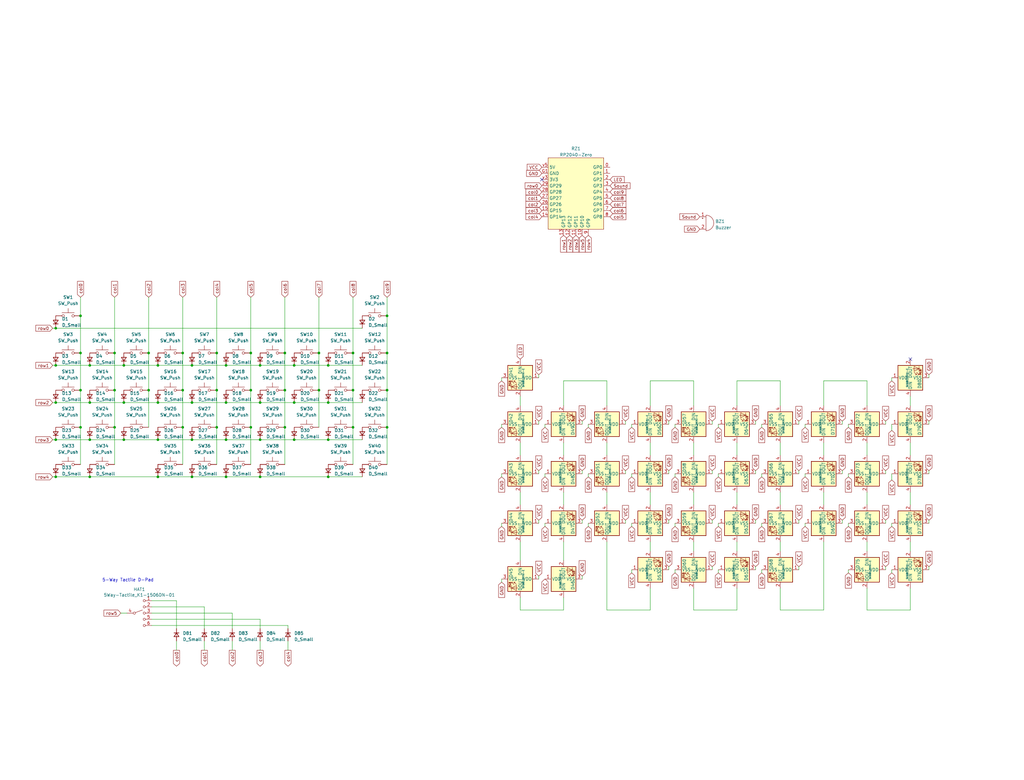
<source format=kicad_sch>
(kicad_sch (version 20230121) (generator eeschema)
  (paper "User" 419.989 319.989)
  (junction (at 102.87 175.26))
  (junction (at 22.86 195.58))
  (junction (at 88.9 175.26))
  (junction (at 144.78 144.78))
  (junction (at 50.8 180.34))
  (junction (at 64.77 165.1))
  (junction (at 144.78 175.26))
  (junction (at 88.9 144.78))
  (junction (at 92.71 180.34))
  (junction (at 158.75 160.02))
  (junction (at 36.83 149.86))
  (junction (at 130.81 144.78))
  (junction (at 36.83 180.34))
  (junction (at 134.62 165.1))
  (junction (at 106.68 195.58))
  (junction (at 106.68 165.1))
  (junction (at 116.84 160.02))
  (junction (at 46.99 175.26))
  (junction (at 102.87 160.02))
  (junction (at 102.87 144.78))
  (junction (at 64.77 149.86))
  (junction (at 120.65 165.1))
  (junction (at 78.74 180.34))
  (junction (at 46.99 144.78))
  (junction (at 92.71 149.86))
  (junction (at 22.86 149.86))
  (junction (at 60.96 144.78))
  (junction (at 120.65 149.86))
  (junction (at 64.77 195.58))
  (junction (at 78.74 195.58))
  (junction (at 74.93 144.78))
  (junction (at 144.78 160.02))
  (junction (at 130.81 160.02))
  (junction (at 36.83 195.58))
  (junction (at 116.84 144.78))
  (junction (at 22.86 165.1))
  (junction (at 33.02 175.26))
  (junction (at 106.68 149.86))
  (junction (at 36.83 165.1))
  (junction (at 50.8 165.1))
  (junction (at 74.93 160.02))
  (junction (at 33.02 129.54))
  (junction (at 158.75 144.78))
  (junction (at 78.74 165.1))
  (junction (at 106.68 180.34))
  (junction (at 46.99 160.02))
  (junction (at 134.62 149.86))
  (junction (at 120.65 180.34))
  (junction (at 33.02 144.78))
  (junction (at 158.75 175.26))
  (junction (at 134.62 195.58))
  (junction (at 64.77 180.34))
  (junction (at 92.71 165.1))
  (junction (at 60.96 160.02))
  (junction (at 88.9 160.02))
  (junction (at 33.02 160.02))
  (junction (at 78.74 149.86))
  (junction (at 22.86 134.62))
  (junction (at 116.84 175.26))
  (junction (at 134.62 180.34))
  (junction (at 92.71 195.58))
  (junction (at 74.93 175.26))
  (junction (at 50.8 149.86))
  (junction (at 22.86 180.34))
  (junction (at 158.75 129.54))
  (no_connect (at 222.25 73.66))
  (no_connect (at 373.38 147.32))
  (wire (pts (xy 83.82 262.89) (xy 83.82 266.7)))
  (wire (pts (xy 309.88 213.36) (xy 309.88 214.63)))
  (wire (pts (xy 337.82 166.37) (xy 337.82 156.21)))
  (wire (pts (xy 365.76 215.9) (xy 365.76 214.63)))
  (wire (pts (xy 64.77 165.1) (xy 78.74 165.1)))
  (wire (pts (xy 330.2 215.9) (xy 330.2 214.63)))
  (wire (pts (xy 347.98 175.26) (xy 347.98 173.99)))
  (wire (pts (xy 88.9 144.78) (xy 88.9 160.02)))
  (wire (pts (xy 238.76 236.22) (xy 238.76 237.49)))
  (wire (pts (xy 74.93 175.26) (xy 74.93 190.5)))
  (wire (pts (xy 231.14 156.21) (xy 248.92 156.21)))
  (wire (pts (xy 284.48 222.25) (xy 284.48 226.06)))
  (wire (pts (xy 363.22 213.36) (xy 363.22 214.63)))
  (wire (pts (xy 134.62 180.34) (xy 148.59 180.34)))
  (wire (pts (xy 337.82 156.21) (xy 355.6 156.21)))
  (wire (pts (xy 294.64 234.95) (xy 294.64 233.68)))
  (wire (pts (xy 213.36 201.93) (xy 213.36 207.01)))
  (wire (pts (xy 365.76 234.95) (xy 365.76 233.68)))
  (wire (pts (xy 327.66 232.41) (xy 327.66 233.68)))
  (wire (pts (xy 102.87 175.26) (xy 102.87 190.5)))
  (wire (pts (xy 363.22 193.04) (xy 363.22 194.31)))
  (wire (pts (xy 106.68 149.86) (xy 120.65 149.86)))
  (wire (pts (xy 116.84 121.92) (xy 116.84 144.78)))
  (wire (pts (xy 345.44 193.04) (xy 345.44 194.31)))
  (wire (pts (xy 21.59 149.86) (xy 22.86 149.86)))
  (wire (pts (xy 248.92 156.21) (xy 248.92 166.37)))
  (wire (pts (xy 46.99 144.78) (xy 46.99 160.02)))
  (wire (pts (xy 22.86 134.62) (xy 148.59 134.62)))
  (wire (pts (xy 365.76 176.53) (xy 365.76 173.99)))
  (wire (pts (xy 120.65 180.34) (xy 134.62 180.34)))
  (wire (pts (xy 347.98 234.95) (xy 347.98 233.68)))
  (wire (pts (xy 21.59 134.62) (xy 22.86 134.62)))
  (wire (pts (xy 144.78 121.92) (xy 144.78 144.78)))
  (wire (pts (xy 118.11 256.54) (xy 118.11 257.81)))
  (wire (pts (xy 106.68 254) (xy 106.68 257.81)))
  (wire (pts (xy 92.71 165.1) (xy 106.68 165.1)))
  (wire (pts (xy 276.86 215.9) (xy 276.86 214.63)))
  (wire (pts (xy 130.81 160.02) (xy 130.81 175.26)))
  (wire (pts (xy 259.08 215.9) (xy 259.08 214.63)))
  (wire (pts (xy 102.87 121.92) (xy 102.87 144.78)))
  (wire (pts (xy 74.93 144.78) (xy 74.93 160.02)))
  (wire (pts (xy 231.14 222.25) (xy 231.14 229.87)))
  (wire (pts (xy 120.65 165.1) (xy 134.62 165.1)))
  (wire (pts (xy 95.25 262.89) (xy 95.25 266.7)))
  (wire (pts (xy 50.8 165.1) (xy 64.77 165.1)))
  (wire (pts (xy 21.59 165.1) (xy 22.86 165.1)))
  (wire (pts (xy 337.82 222.25) (xy 337.82 250.19)))
  (wire (pts (xy 213.36 245.11) (xy 213.36 250.19)))
  (wire (pts (xy 223.52 175.26) (xy 223.52 173.99)))
  (wire (pts (xy 381 213.36) (xy 381 214.63)))
  (wire (pts (xy 330.2 195.58) (xy 330.2 194.31)))
  (wire (pts (xy 355.6 201.93) (xy 355.6 207.01)))
  (wire (pts (xy 320.04 156.21) (xy 320.04 166.37)))
  (wire (pts (xy 205.74 238.76) (xy 205.74 237.49)))
  (wire (pts (xy 78.74 180.34) (xy 92.71 180.34)))
  (wire (pts (xy 320.04 222.25) (xy 320.04 226.06)))
  (wire (pts (xy 274.32 232.41) (xy 274.32 233.68)))
  (wire (pts (xy 241.3 195.58) (xy 241.3 194.31)))
  (wire (pts (xy 36.83 195.58) (xy 64.77 195.58)))
  (wire (pts (xy 373.38 250.19) (xy 373.38 241.3)))
  (wire (pts (xy 274.32 193.04) (xy 274.32 194.31)))
  (wire (pts (xy 144.78 160.02) (xy 144.78 175.26)))
  (wire (pts (xy 284.48 201.93) (xy 284.48 207.01)))
  (wire (pts (xy 205.74 195.58) (xy 205.74 194.31)))
  (wire (pts (xy 50.8 149.86) (xy 64.77 149.86)))
  (wire (pts (xy 248.92 222.25) (xy 248.92 250.19)))
  (wire (pts (xy 72.39 246.38) (xy 72.39 257.81)))
  (wire (pts (xy 327.66 213.36) (xy 327.66 214.63)))
  (wire (pts (xy 294.64 215.9) (xy 294.64 214.63)))
  (wire (pts (xy 330.2 175.26) (xy 330.2 173.99)))
  (wire (pts (xy 158.75 175.26) (xy 158.75 190.5)))
  (wire (pts (xy 60.96 144.78) (xy 60.96 160.02)))
  (wire (pts (xy 220.98 153.67) (xy 220.98 154.94)))
  (wire (pts (xy 365.76 196.85) (xy 365.76 194.31)))
  (wire (pts (xy 337.82 201.93) (xy 337.82 207.01)))
  (wire (pts (xy 345.44 213.36) (xy 345.44 214.63)))
  (wire (pts (xy 22.86 195.58) (xy 36.83 195.58)))
  (wire (pts (xy 95.25 251.46) (xy 95.25 257.81)))
  (wire (pts (xy 292.1 172.72) (xy 292.1 173.99)))
  (wire (pts (xy 309.88 232.41) (xy 309.88 233.68)))
  (wire (pts (xy 88.9 175.26) (xy 88.9 190.5)))
  (wire (pts (xy 134.62 149.86) (xy 148.59 149.86)))
  (wire (pts (xy 223.52 195.58) (xy 223.52 194.31)))
  (wire (pts (xy 62.23 256.54) (xy 118.11 256.54)))
  (wire (pts (xy 231.14 201.93) (xy 231.14 207.01)))
  (wire (pts (xy 284.48 250.19) (xy 302.26 250.19)))
  (wire (pts (xy 144.78 144.78) (xy 144.78 160.02)))
  (wire (pts (xy 62.23 246.38) (xy 72.39 246.38)))
  (wire (pts (xy 106.68 195.58) (xy 134.62 195.58)))
  (wire (pts (xy 46.99 121.92) (xy 46.99 144.78)))
  (wire (pts (xy 78.74 165.1) (xy 92.71 165.1)))
  (wire (pts (xy 64.77 180.34) (xy 78.74 180.34)))
  (wire (pts (xy 284.48 181.61) (xy 284.48 186.69)))
  (wire (pts (xy 274.32 172.72) (xy 274.32 173.99)))
  (wire (pts (xy 266.7 222.25) (xy 266.7 226.06)))
  (wire (pts (xy 21.59 195.58) (xy 22.86 195.58)))
  (wire (pts (xy 158.75 144.78) (xy 158.75 160.02)))
  (wire (pts (xy 74.93 160.02) (xy 74.93 175.26)))
  (wire (pts (xy 22.86 165.1) (xy 36.83 165.1)))
  (wire (pts (xy 220.98 213.36) (xy 220.98 214.63)))
  (wire (pts (xy 213.36 181.61) (xy 213.36 186.69)))
  (wire (pts (xy 266.7 250.19) (xy 266.7 241.3)))
  (wire (pts (xy 102.87 144.78) (xy 102.87 160.02)))
  (wire (pts (xy 21.59 180.34) (xy 22.86 180.34)))
  (wire (pts (xy 320.04 241.3) (xy 320.04 250.19)))
  (wire (pts (xy 231.14 166.37) (xy 231.14 156.21)))
  (wire (pts (xy 292.1 213.36) (xy 292.1 214.63)))
  (wire (pts (xy 102.87 160.02) (xy 102.87 175.26)))
  (wire (pts (xy 92.71 180.34) (xy 106.68 180.34)))
  (wire (pts (xy 158.75 160.02) (xy 158.75 175.26)))
  (wire (pts (xy 363.22 172.72) (xy 363.22 173.99)))
  (wire (pts (xy 223.52 215.9) (xy 223.52 214.63)))
  (wire (pts (xy 259.08 175.26) (xy 259.08 173.99)))
  (wire (pts (xy 312.42 215.9) (xy 312.42 214.63)))
  (wire (pts (xy 62.23 251.46) (xy 95.25 251.46)))
  (wire (pts (xy 205.74 215.9) (xy 205.74 214.63)))
  (wire (pts (xy 106.68 165.1) (xy 120.65 165.1)))
  (wire (pts (xy 238.76 213.36) (xy 238.76 214.63)))
  (wire (pts (xy 294.64 175.26) (xy 294.64 173.99)))
  (wire (pts (xy 294.64 195.58) (xy 294.64 194.31)))
  (wire (pts (xy 292.1 232.41) (xy 292.1 233.68)))
  (wire (pts (xy 312.42 175.26) (xy 312.42 173.99)))
  (wire (pts (xy 205.74 156.21) (xy 205.74 154.94)))
  (wire (pts (xy 46.99 175.26) (xy 46.99 190.5)))
  (wire (pts (xy 248.92 181.61) (xy 248.92 186.69)))
  (wire (pts (xy 144.78 175.26) (xy 144.78 190.5)))
  (wire (pts (xy 74.93 121.92) (xy 74.93 144.78)))
  (wire (pts (xy 213.36 250.19) (xy 231.14 250.19)))
  (wire (pts (xy 231.14 250.19) (xy 231.14 245.11)))
  (wire (pts (xy 256.54 193.04) (xy 256.54 194.31)))
  (wire (pts (xy 134.62 165.1) (xy 148.59 165.1)))
  (wire (pts (xy 231.14 181.61) (xy 231.14 186.69)))
  (wire (pts (xy 116.84 144.78) (xy 116.84 160.02)))
  (wire (pts (xy 241.3 175.26) (xy 241.3 173.99)))
  (wire (pts (xy 213.36 222.25) (xy 213.36 229.87)))
  (wire (pts (xy 118.11 262.89) (xy 118.11 266.7)))
  (wire (pts (xy 158.75 121.92) (xy 158.75 129.54)))
  (wire (pts (xy 238.76 193.04) (xy 238.76 194.31)))
  (wire (pts (xy 320.04 181.61) (xy 320.04 186.69)))
  (wire (pts (xy 302.26 250.19) (xy 302.26 241.3)))
  (wire (pts (xy 302.26 166.37) (xy 302.26 156.21)))
  (wire (pts (xy 205.74 175.26) (xy 205.74 173.99)))
  (wire (pts (xy 284.48 241.3) (xy 284.48 250.19)))
  (wire (pts (xy 312.42 234.95) (xy 312.42 233.68)))
  (wire (pts (xy 62.23 248.92) (xy 83.82 248.92)))
  (wire (pts (xy 248.92 201.93) (xy 248.92 207.01)))
  (wire (pts (xy 355.6 222.25) (xy 355.6 226.06)))
  (wire (pts (xy 116.84 160.02) (xy 116.84 175.26)))
  (wire (pts (xy 381 232.41) (xy 381 233.68)))
  (wire (pts (xy 292.1 193.04) (xy 292.1 194.31)))
  (wire (pts (xy 33.02 175.26) (xy 33.02 190.5)))
  (wire (pts (xy 302.26 222.25) (xy 302.26 226.06)))
  (wire (pts (xy 259.08 195.58) (xy 259.08 194.31)))
  (wire (pts (xy 355.6 181.61) (xy 355.6 186.69)))
  (wire (pts (xy 266.7 201.93) (xy 266.7 207.01)))
  (wire (pts (xy 88.9 121.92) (xy 88.9 144.78)))
  (wire (pts (xy 381 153.67) (xy 381 154.94)))
  (wire (pts (xy 33.02 129.54) (xy 33.02 144.78)))
  (wire (pts (xy 220.98 236.22) (xy 220.98 237.49)))
  (wire (pts (xy 22.86 180.34) (xy 36.83 180.34)))
  (wire (pts (xy 36.83 149.86) (xy 50.8 149.86)))
  (wire (pts (xy 78.74 195.58) (xy 92.71 195.58)))
  (wire (pts (xy 266.7 181.61) (xy 266.7 186.69)))
  (wire (pts (xy 337.82 181.61) (xy 337.82 186.69)))
  (wire (pts (xy 373.38 201.93) (xy 373.38 207.01)))
  (wire (pts (xy 92.71 195.58) (xy 106.68 195.58)))
  (wire (pts (xy 64.77 195.58) (xy 78.74 195.58)))
  (wire (pts (xy 130.81 144.78) (xy 130.81 160.02)))
  (wire (pts (xy 50.8 180.34) (xy 64.77 180.34)))
  (wire (pts (xy 381 172.72) (xy 381 173.99)))
  (wire (pts (xy 327.66 172.72) (xy 327.66 173.99)))
  (wire (pts (xy 327.66 193.04) (xy 327.66 194.31)))
  (wire (pts (xy 302.26 201.93) (xy 302.26 207.01)))
  (wire (pts (xy 373.38 181.61) (xy 373.38 186.69)))
  (wire (pts (xy 276.86 234.95) (xy 276.86 233.68)))
  (wire (pts (xy 106.68 262.89) (xy 106.68 266.7)))
  (wire (pts (xy 248.92 250.19) (xy 266.7 250.19)))
  (wire (pts (xy 347.98 195.58) (xy 347.98 194.31)))
  (wire (pts (xy 373.38 222.25) (xy 373.38 226.06)))
  (wire (pts (xy 46.99 160.02) (xy 46.99 175.26)))
  (wire (pts (xy 158.75 129.54) (xy 158.75 144.78)))
  (wire (pts (xy 60.96 121.92) (xy 60.96 144.78)))
  (wire (pts (xy 274.32 213.36) (xy 274.32 214.63)))
  (wire (pts (xy 355.6 241.3) (xy 355.6 250.19)))
  (wire (pts (xy 355.6 250.19) (xy 373.38 250.19)))
  (wire (pts (xy 320.04 201.93) (xy 320.04 207.01)))
  (wire (pts (xy 381 193.04) (xy 381 194.31)))
  (wire (pts (xy 355.6 156.21) (xy 355.6 166.37)))
  (wire (pts (xy 256.54 172.72) (xy 256.54 173.99)))
  (wire (pts (xy 220.98 193.04) (xy 220.98 194.31)))
  (wire (pts (xy 320.04 250.19) (xy 337.82 250.19)))
  (wire (pts (xy 266.7 166.37) (xy 266.7 156.21)))
  (wire (pts (xy 309.88 172.72) (xy 309.88 173.99)))
  (wire (pts (xy 276.86 175.26) (xy 276.86 173.99)))
  (wire (pts (xy 213.36 162.56) (xy 213.36 166.37)))
  (wire (pts (xy 312.42 195.58) (xy 312.42 194.31)))
  (wire (pts (xy 33.02 144.78) (xy 33.02 160.02)))
  (wire (pts (xy 64.77 149.86) (xy 78.74 149.86)))
  (wire (pts (xy 88.9 160.02) (xy 88.9 175.26)))
  (wire (pts (xy 33.02 121.92) (xy 33.02 129.54)))
  (wire (pts (xy 134.62 195.58) (xy 148.59 195.58)))
  (wire (pts (xy 62.23 254) (xy 106.68 254)))
  (wire (pts (xy 256.54 213.36) (xy 256.54 214.63)))
  (wire (pts (xy 130.81 121.92) (xy 130.81 144.78)))
  (wire (pts (xy 373.38 162.56) (xy 373.38 166.37)))
  (wire (pts (xy 83.82 248.92) (xy 83.82 257.81)))
  (wire (pts (xy 36.83 165.1) (xy 50.8 165.1)))
  (wire (pts (xy 284.48 156.21) (xy 284.48 166.37)))
  (wire (pts (xy 309.88 193.04) (xy 309.88 194.31)))
  (wire (pts (xy 302.26 181.61) (xy 302.26 186.69)))
  (wire (pts (xy 60.96 160.02) (xy 60.96 175.26)))
  (wire (pts (xy 52.07 251.46) (xy 49.53 251.46)))
  (wire (pts (xy 241.3 215.9) (xy 241.3 214.63)))
  (wire (pts (xy 276.86 195.58) (xy 276.86 194.31)))
  (wire (pts (xy 220.98 172.72) (xy 220.98 173.99)))
  (wire (pts (xy 106.68 180.34) (xy 120.65 180.34)))
  (wire (pts (xy 92.71 149.86) (xy 106.68 149.86)))
  (wire (pts (xy 120.65 149.86) (xy 134.62 149.86)))
  (wire (pts (xy 345.44 172.72) (xy 345.44 173.99)))
  (wire (pts (xy 22.86 149.86) (xy 36.83 149.86)))
  (wire (pts (xy 259.08 234.95) (xy 259.08 233.68)))
  (wire (pts (xy 78.74 149.86) (xy 92.71 149.86)))
  (wire (pts (xy 116.84 175.26) (xy 116.84 190.5)))
  (wire (pts (xy 365.76 156.21) (xy 365.76 154.94)))
  (wire (pts (xy 363.22 232.41) (xy 363.22 233.68)))
  (wire (pts (xy 72.39 262.89) (xy 72.39 266.7)))
  (wire (pts (xy 36.83 180.34) (xy 50.8 180.34)))
  (wire (pts (xy 238.76 172.72) (xy 238.76 173.99)))
  (wire (pts (xy 302.26 156.21) (xy 320.04 156.21)))
  (wire (pts (xy 266.7 156.21) (xy 284.48 156.21)))
  (wire (pts (xy 33.02 160.02) (xy 33.02 175.26)))
  (wire (pts (xy 347.98 215.9) (xy 347.98 214.63)))
  (text "5-Way Tactile D-Pad" (at 41.91 238.76 0) (effects (font (size 1.27 1.27)) (justify left bottom)))
  (global_label "GND" (shape input) (at 312.42 234.95 270) (property "Intersheetrefs" "${INTERSHEET_REFS}" (effects hide)))
  (global_label "VCC" (shape input) (at 220.98 193.04 90) (property "Intersheetrefs" "${INTERSHEET_REFS}" (effects hide)))
  (global_label "GND" (shape input) (at 347.98 234.95 270) (property "Intersheetrefs" "${INTERSHEET_REFS}" (effects hide)))
  (global_label "GND" (shape input) (at 205.74 156.21 270) (property "Intersheetrefs" "${INTERSHEET_REFS}" (effects hide)))
  (global_label "VCC" (shape input) (at 256.54 193.04 90) (property "Intersheetrefs" "${INTERSHEET_REFS}" (effects hide)))
  (global_label "VCC" (shape input) (at 223.52 215.9 270) (property "Intersheetrefs" "${INTERSHEET_REFS}" (effects hide)))
  (global_label "GND" (shape input) (at 309.88 172.72 90) (property "Intersheetrefs" "${INTERSHEET_REFS}" (effects hide)))
  (global_label "row1" (shape input) (at 231.14 96.52 270) (property "Intersheetrefs" "${INTERSHEET_REFS}" (effects hide)))
  (global_label "VCC" (shape input) (at 223.52 195.58 270) (property "Intersheetrefs" "${INTERSHEET_REFS}" (effects hide)))
  (global_label "VCC" (shape input) (at 220.98 236.22 90) (property "Intersheetrefs" "${INTERSHEET_REFS}" (effects hide)))
  (global_label "VCC" (shape input) (at 223.52 175.26 270) (property "Intersheetrefs" "${INTERSHEET_REFS}" (effects hide)))
  (global_label "VCC" (shape input) (at 327.66 213.36 90) (property "Intersheetrefs" "${INTERSHEET_REFS}" (effects hide)))
  (global_label "col1" (shape input) (at 46.99 121.92 90) (property "Intersheetrefs" "${INTERSHEET_REFS}" (effects hide)))
  (global_label "GND" (shape input) (at 276.86 215.9 270) (property "Intersheetrefs" "${INTERSHEET_REFS}" (effects hide)))
  (global_label "VCC" (shape input) (at 222.25 68.58 180) (property "Intersheetrefs" "${INTERSHEET_REFS}" (effects hide)))
  (global_label "col8" (shape input) (at 144.78 121.92 90) (property "Intersheetrefs" "${INTERSHEET_REFS}" (effects hide)))
  (global_label "LED" (shape input) (at 250.19 73.66 0) (property "Intersheetrefs" "${INTERSHEET_REFS}" (effects hide)))
  (global_label "GND" (shape input) (at 238.76 236.22 90) (property "Intersheetrefs" "${INTERSHEET_REFS}" (effects hide)))
  (global_label "row2" (shape input) (at 233.68 96.52 270) (property "Intersheetrefs" "${INTERSHEET_REFS}" (effects hide)))
  (global_label "row4" (shape input) (at 21.59 195.58 180) (property "Intersheetrefs" "${INTERSHEET_REFS}" (effects hide)))
  (global_label "row1" (shape input) (at 21.59 149.86 180) (property "Intersheetrefs" "${INTERSHEET_REFS}" (effects hide)))
  (global_label "GND" (shape input) (at 312.42 215.9 270) (property "Intersheetrefs" "${INTERSHEET_REFS}" (effects hide)))
  (global_label "GND" (shape input) (at 205.74 238.76 270) (property "Intersheetrefs" "${INTERSHEET_REFS}" (effects hide)))
  (global_label "GND" (shape input) (at 222.25 71.12 180) (property "Intersheetrefs" "${INTERSHEET_REFS}" (effects hide)))
  (global_label "VCC" (shape input) (at 292.1 213.36 90) (property "Intersheetrefs" "${INTERSHEET_REFS}" (effects hide)))
  (global_label "VCC" (shape input) (at 327.66 193.04 90) (property "Intersheetrefs" "${INTERSHEET_REFS}" (effects hide)))
  (global_label "GND" (shape input) (at 381 193.04 90) (property "Intersheetrefs" "${INTERSHEET_REFS}" (effects hide)))
  (global_label "GND" (shape input) (at 345.44 193.04 90) (property "Intersheetrefs" "${INTERSHEET_REFS}" (effects hide)))
  (global_label "GND" (shape input) (at 238.76 193.04 90) (property "Intersheetrefs" "${INTERSHEET_REFS}" (effects hide)))
  (global_label "GND" (shape input) (at 276.86 234.95 270) (property "Intersheetrefs" "${INTERSHEET_REFS}" (effects hide)))
  (global_label "GND" (shape input) (at 381 213.36 90) (property "Intersheetrefs" "${INTERSHEET_REFS}" (effects hide)))
  (global_label "VCC" (shape input) (at 365.76 196.85 270) (property "Intersheetrefs" "${INTERSHEET_REFS}" (effects hide)))
  (global_label "col3" (shape input) (at 74.93 121.92 90) (property "Intersheetrefs" "${INTERSHEET_REFS}" (effects hide)))
  (global_label "VCC" (shape input) (at 259.08 215.9 270) (property "Intersheetrefs" "${INTERSHEET_REFS}" (effects hide)))
  (global_label "col7" (shape input) (at 250.19 83.82 0) (property "Intersheetrefs" "${INTERSHEET_REFS}" (effects hide)))
  (global_label "VCC" (shape input) (at 292.1 172.72 90) (property "Intersheetrefs" "${INTERSHEET_REFS}" (effects hide)))
  (global_label "col6" (shape input) (at 116.84 121.92 90) (property "Intersheetrefs" "${INTERSHEET_REFS}" (effects hide)))
  (global_label "row3" (shape input) (at 236.22 96.52 270) (property "Intersheetrefs" "${INTERSHEET_REFS}" (effects hide)))
  (global_label "VCC" (shape input) (at 365.76 215.9 270) (property "Intersheetrefs" "${INTERSHEET_REFS}" (effects hide)))
  (global_label "col2" (shape output) (at 95.25 266.7 270) (property "Intersheetrefs" "${INTERSHEET_REFS}" (effects hide)))
  (global_label "col8" (shape input) (at 250.19 81.28 0) (property "Intersheetrefs" "${INTERSHEET_REFS}" (effects hide)))
  (global_label "col5" (shape input) (at 102.87 121.92 90) (property "Intersheetrefs" "${INTERSHEET_REFS}" (effects hide)))
  (global_label "VCC" (shape input) (at 256.54 213.36 90) (property "Intersheetrefs" "${INTERSHEET_REFS}" (effects hide)))
  (global_label "col7" (shape input) (at 130.81 121.92 90) (property "Intersheetrefs" "${INTERSHEET_REFS}" (effects hide)))
  (global_label "VCC" (shape input) (at 256.54 172.72 90) (property "Intersheetrefs" "${INTERSHEET_REFS}" (effects hide)))
  (global_label "GND" (shape input) (at 276.86 175.26 270) (property "Intersheetrefs" "${INTERSHEET_REFS}" (effects hide)))
  (global_label "VCC" (shape input) (at 292.1 193.04 90) (property "Intersheetrefs" "${INTERSHEET_REFS}" (effects hide)))
  (global_label "GND" (shape input) (at 274.32 172.72 90) (property "Intersheetrefs" "${INTERSHEET_REFS}" (effects hide)))
  (global_label "VCC" (shape input) (at 365.76 156.21 270) (property "Intersheetrefs" "${INTERSHEET_REFS}" (effects hide)))
  (global_label "VCC" (shape input) (at 259.08 234.95 270) (property "Intersheetrefs" "${INTERSHEET_REFS}" (effects hide)))
  (global_label "Sound" (shape input) (at 250.19 76.2 0) (property "Intersheetrefs" "${INTERSHEET_REFS}" (effects hide)))
  (global_label "VCC" (shape input) (at 223.52 237.49 270) (property "Intersheetrefs" "${INTERSHEET_REFS}" (effects hide)))
  (global_label "GND" (shape input) (at 345.44 172.72 90) (property "Intersheetrefs" "${INTERSHEET_REFS}" (effects hide)))
  (global_label "col9" (shape input) (at 158.75 121.92 90) (property "Intersheetrefs" "${INTERSHEET_REFS}" (effects hide)))
  (global_label "GND" (shape input) (at 276.86 195.58 270) (property "Intersheetrefs" "${INTERSHEET_REFS}" (effects hide)))
  (global_label "col0" (shape output) (at 72.39 266.7 270) (property "Intersheetrefs" "${INTERSHEET_REFS}" (effects hide)))
  (global_label "VCC" (shape input) (at 294.64 234.95 270) (property "Intersheetrefs" "${INTERSHEET_REFS}" (effects hide)))
  (global_label "VCC" (shape input) (at 330.2 215.9 270) (property "Intersheetrefs" "${INTERSHEET_REFS}" (effects hide)))
  (global_label "VCC" (shape input) (at 330.2 175.26 270) (property "Intersheetrefs" "${INTERSHEET_REFS}" (effects hide)))
  (global_label "GND" (shape input) (at 241.3 215.9 270) (property "Intersheetrefs" "${INTERSHEET_REFS}" (effects hide)))
  (global_label "col2" (shape input) (at 60.96 121.92 90) (property "Intersheetrefs" "${INTERSHEET_REFS}" (effects hide)))
  (global_label "GND" (shape input) (at 274.32 213.36 90) (property "Intersheetrefs" "${INTERSHEET_REFS}" (effects hide)))
  (global_label "col5" (shape input) (at 250.19 88.9 0) (property "Intersheetrefs" "${INTERSHEET_REFS}" (effects hide)))
  (global_label "VCC" (shape input) (at 330.2 195.58 270) (property "Intersheetrefs" "${INTERSHEET_REFS}" (effects hide)))
  (global_label "GND" (shape input) (at 205.74 195.58 270) (property "Intersheetrefs" "${INTERSHEET_REFS}" (effects hide)))
  (global_label "GND" (shape input) (at 381 153.67 90) (property "Intersheetrefs" "${INTERSHEET_REFS}" (effects hide)))
  (global_label "VCC" (shape input) (at 365.76 234.95 270) (property "Intersheetrefs" "${INTERSHEET_REFS}" (effects hide)))
  (global_label "VCC" (shape input) (at 259.08 195.58 270) (property "Intersheetrefs" "${INTERSHEET_REFS}" (effects hide)))
  (global_label "GND" (shape input) (at 205.74 175.26 270) (property "Intersheetrefs" "${INTERSHEET_REFS}" (effects hide)))
  (global_label "row0" (shape input) (at 222.25 76.2 180) (property "Intersheetrefs" "${INTERSHEET_REFS}" (effects hide)))
  (global_label "GND" (shape input) (at 345.44 213.36 90) (property "Intersheetrefs" "${INTERSHEET_REFS}" (effects hide)))
  (global_label "VCC" (shape input) (at 220.98 153.67 90) (property "Intersheetrefs" "${INTERSHEET_REFS}" (effects hide)))
  (global_label "VCC" (shape input) (at 220.98 213.36 90) (property "Intersheetrefs" "${INTERSHEET_REFS}" (effects hide)))
  (global_label "VCC" (shape input) (at 327.66 172.72 90) (property "Intersheetrefs" "${INTERSHEET_REFS}" (effects hide)))
  (global_label "GND" (shape input) (at 238.76 172.72 90) (property "Intersheetrefs" "${INTERSHEET_REFS}" (effects hide)))
  (global_label "GND" (shape input) (at 241.3 175.26 270) (property "Intersheetrefs" "${INTERSHEET_REFS}" (effects hide)))
  (global_label "VCC" (shape input) (at 294.64 175.26 270) (property "Intersheetrefs" "${INTERSHEET_REFS}" (effects hide)))
  (global_label "VCC" (shape input) (at 363.22 193.04 90) (property "Intersheetrefs" "${INTERSHEET_REFS}" (effects hide)))
  (global_label "col4" (shape input) (at 222.25 88.9 180) (property "Intersheetrefs" "${INTERSHEET_REFS}" (effects hide)))
  (global_label "col3" (shape input) (at 222.25 86.36 180) (property "Intersheetrefs" "${INTERSHEET_REFS}" (effects hide)))
  (global_label "GND" (shape input) (at 241.3 195.58 270) (property "Intersheetrefs" "${INTERSHEET_REFS}" (effects hide)))
  (global_label "GND" (shape input) (at 381 232.41 90) (property "Intersheetrefs" "${INTERSHEET_REFS}" (effects hide)))
  (global_label "col4" (shape input) (at 88.9 121.92 90) (property "Intersheetrefs" "${INTERSHEET_REFS}" (effects hide)))
  (global_label "VCC" (shape input) (at 294.64 195.58 270) (property "Intersheetrefs" "${INTERSHEET_REFS}" (effects hide)))
  (global_label "GND" (shape input) (at 347.98 195.58 270) (property "Intersheetrefs" "${INTERSHEET_REFS}" (effects hide)))
  (global_label "GND" (shape input) (at 287.02 93.98 180) (property "Intersheetrefs" "${INTERSHEET_REFS}" (effects hide)))
  (global_label "GND" (shape input) (at 347.98 215.9 270) (property "Intersheetrefs" "${INTERSHEET_REFS}" (effects hide)))
  (global_label "col0" (shape input) (at 33.02 121.92 90) (property "Intersheetrefs" "${INTERSHEET_REFS}" (effects hide)))
  (global_label "col3" (shape output) (at 106.68 266.7 270) (property "Intersheetrefs" "${INTERSHEET_REFS}" (effects hide)))
  (global_label "col4" (shape output) (at 118.11 266.7 270) (property "Intersheetrefs" "${INTERSHEET_REFS}" (effects hide)))
  (global_label "GND" (shape input) (at 274.32 232.41 90) (property "Intersheetrefs" "${INTERSHEET_REFS}" (effects hide)))
  (global_label "col0" (shape input) (at 222.25 78.74 180) (property "Intersheetrefs" "${INTERSHEET_REFS}" (effects hide)))
  (global_label "VCC" (shape input) (at 294.64 215.9 270) (property "Intersheetrefs" "${INTERSHEET_REFS}" (effects hide)))
  (global_label "VCC" (shape input) (at 363.22 213.36 90) (property "Intersheetrefs" "${INTERSHEET_REFS}" (effects hide)))
  (global_label "GND" (shape input) (at 312.42 195.58 270) (property "Intersheetrefs" "${INTERSHEET_REFS}" (effects hide)))
  (global_label "col1" (shape input) (at 222.25 81.28 180) (property "Intersheetrefs" "${INTERSHEET_REFS}" (effects hide)))
  (global_label "VCC" (shape input) (at 363.22 232.41 90) (property "Intersheetrefs" "${INTERSHEET_REFS}" (effects hide)))
  (global_label "GND" (shape input) (at 309.88 232.41 90) (property "Intersheetrefs" "${INTERSHEET_REFS}" (effects hide)))
  (global_label "row4" (shape input) (at 241.3 96.52 270) (property "Intersheetrefs" "${INTERSHEET_REFS}" (effects hide)))
  (global_label "row0" (shape input) (at 21.59 134.62 180) (property "Intersheetrefs" "${INTERSHEET_REFS}" (effects hide)))
  (global_label "GND" (shape input) (at 309.88 193.04 90) (property "Intersheetrefs" "${INTERSHEET_REFS}" (effects hide)))
  (global_label "GND" (shape input) (at 381 172.72 90) (property "Intersheetrefs" "${INTERSHEET_REFS}" (effects hide)))
  (global_label "GND" (shape input) (at 312.42 175.26 270) (property "Intersheetrefs" "${INTERSHEET_REFS}" (effects hide)))
  (global_label "col6" (shape input) (at 250.19 86.36 0) (property "Intersheetrefs" "${INTERSHEET_REFS}" (effects hide)))
  (global_label "VCC" (shape input) (at 327.66 232.41 90) (property "Intersheetrefs" "${INTERSHEET_REFS}" (effects hide)))
  (global_label "VCC" (shape input) (at 220.98 172.72 90) (property "Intersheetrefs" "${INTERSHEET_REFS}" (effects hide)))
  (global_label "GND" (shape input) (at 274.32 193.04 90) (property "Intersheetrefs" "${INTERSHEET_REFS}" (effects hide)))
  (global_label "GND" (shape input) (at 347.98 175.26 270) (property "Intersheetrefs" "${INTERSHEET_REFS}" (effects hide)))
  (global_label "GND" (shape input) (at 238.76 213.36 90) (property "Intersheetrefs" "${INTERSHEET_REFS}" (effects hide)))
  (global_label "row5" (shape input) (at 238.76 96.52 270) (property "Intersheetrefs" "${INTERSHEET_REFS}" (effects hide)))
  (global_label "VCC" (shape input) (at 292.1 232.41 90) (property "Intersheetrefs" "${INTERSHEET_REFS}" (effects hide)))
  (global_label "col1" (shape output) (at 83.82 266.7 270) (property "Intersheetrefs" "${INTERSHEET_REFS}" (effects hide)))
  (global_label "row3" (shape input) (at 21.59 180.34 180) (property "Intersheetrefs" "${INTERSHEET_REFS}" (effects hide)))
  (global_label "col9" (shape input) (at 250.19 78.74 0) (property "Intersheetrefs" "${INTERSHEET_REFS}" (effects hide)))
  (global_label "LED" (shape input) (at 213.36 147.32 90) (property "Intersheetrefs" "${INTERSHEET_REFS}" (effects hide)))
  (global_label "row5" (shape input) (at 49.53 251.46 180) (property "Intersheetrefs" "${INTERSHEET_REFS}" (effects hide)))
  (global_label "GND" (shape input) (at 309.88 213.36 90) (property "Intersheetrefs" "${INTERSHEET_REFS}" (effects hide)))
  (global_label "row2" (shape input) (at 21.59 165.1 180) (property "Intersheetrefs" "${INTERSHEET_REFS}" (effects hide)))
  (global_label "Sound" (shape input) (at 287.02 88.9 180) (property "Intersheetrefs" "${INTERSHEET_REFS}" (effects hide)))
  (global_label "VCC" (shape input) (at 363.22 172.72 90) (property "Intersheetrefs" "${INTERSHEET_REFS}" (effects hide)))
  (global_label "VCC" (shape input) (at 365.76 176.53 270) (property "Intersheetrefs" "${INTERSHEET_REFS}" (effects hide)))
  (global_label "GND" (shape input) (at 205.74 215.9 270) (property "Intersheetrefs" "${INTERSHEET_REFS}" (effects hide)))
  (global_label "VCC" (shape input) (at 259.08 175.26 270) (property "Intersheetrefs" "${INTERSHEET_REFS}" (effects hide)))
  (global_label "col2" (shape input) (at 222.25 83.82 180) (property "Intersheetrefs" "${INTERSHEET_REFS}" (effects hide)))
  (symbol (lib_id "Best Symbol Library Final v3:SW_Push") (at 27.94 144.78 0) (unit 1)
    (property "Reference" "SW3" (at 27.94 137.16 0))
    (property "Value" "SW_Push" (at 27.94 139.7 0))
    (property "Footprint" "UWUmasterGatekeeperHusoLib:Kailh_socket_PG1350 LED Window ME Version V2" (effects hide))
  )
  (symbol (lib_id "Best Symbol Library Final v3:SW_Push") (at 97.79 190.5 0) (unit 1)
    (property "Reference" "SW37" (at 97.79 182.88 0))
    (property "Value" "SW_Push" (at 97.79 185.42 0))
    (property "Footprint" "UWUmasterGatekeeperHusoLib:Kailh_socket_PG1350 LED Window ME Version V2" (effects hide))
  )
  (symbol (lib_id "Best Symbol Library Final v3:D_Small") (at 64.77 162.56 90) (unit 1)
    (property "Reference" "D16" (at 67.31 161.2899 90) (effects (justify right)))
    (property "Value" "D_Small" (at 67.31 163.8299 90) (effects (justify right)))
    (property "Footprint" "UWUmasterGatekeeperHusoLib:Diode_SOD123 triangle clean" (effects hide))
  )
  (symbol (lib_id "Best Symbol Library Final v3:SK6812MINI-E") (at 248.92 173.99 270) (unit 1)
    (property "Reference" "D50" (at 245.11 171.45 0))
    (property "Value" "SK6812MINI-E" (at 250.19 173.99 0) (effects (font (size 0.7 0.7))))
    (property "Footprint" "Keebio-Parts:SK6812-MINI-E mit LED v2" (effects hide))
  )
  (symbol (lib_id "Best Symbol Library Final v3:SW_Push") (at 139.7 190.5 0) (unit 1)
    (property "Reference" "SW39" (at 139.7 182.88 0))
    (property "Value" "SW_Push" (at 139.7 185.42 0))
    (property "Footprint" "UWUmasterGatekeeperHusoLib:Kailh_socket_PG1350 LED Window ME Version V2" (effects hide))
  )
  (symbol (lib_id "Best Symbol Library Final v3:SW_Push") (at 27.94 190.5 0) (unit 1)
    (property "Reference" "SW33" (at 27.94 182.88 0))
    (property "Value" "SW_Push" (at 27.94 185.42 0))
    (property "Footprint" "UWUmasterGatekeeperHusoLib:Kailh_socket_PG1350 LED Window ME Version V2" (effects hide))
  )
  (symbol (lib_id "Best Symbol Library Final v3:SW_Push") (at 111.76 144.78 0) (unit 1)
    (property "Reference" "SW9" (at 111.76 137.16 0))
    (property "Value" "SW_Push" (at 111.76 139.7 0))
    (property "Footprint" "UWUmasterGatekeeperHusoLib:Kailh_socket_PG1350 LED Window ME Version V2" (effects hide))
  )
  (symbol (lib_id "Best Symbol Library Final v3:SK6812MINI-E") (at 373.38 233.68 90) (unit 1)
    (property "Reference" "D76" (at 377.19 236.22 0))
    (property "Value" "SK6812MINI-E" (at 372.11 233.68 0) (effects (font (size 0.7 0.7))))
    (property "Footprint" "Keebio-Parts:SK6812-MINI-E mit LED v2" (effects hide))
  )
  (symbol (lib_id "Best Symbol Library Final v3:D_Small") (at 106.68 177.8 90) (unit 1)
    (property "Reference" "D29" (at 109.22 176.5299 90) (effects (justify right)))
    (property "Value" "D_Small" (at 109.22 179.0699 90) (effects (justify right)))
    (property "Footprint" "UWUmasterGatekeeperHusoLib:Diode_SOD123 triangle clean" (effects hide))
  )
  (symbol (lib_id "Best Symbol Library Final v3:D_Small") (at 95.25 260.35 270) (unit 1)
    (property "Reference" "D83" (at 97.79 259.715 90) (effects (justify left)))
    (property "Value" "D_Small" (at 97.79 262.255 90) (effects (justify left)))
    (property "Footprint" "UWUmasterGatekeeperHusoLib:Diode_SOD123 triangle clean" (effects hide))
  )
  (symbol (lib_id "Best Symbol Library Final v3:SW_Push") (at 83.82 190.5 0) (unit 1)
    (property "Reference" "SW36" (at 83.82 182.88 0))
    (property "Value" "SW_Push" (at 83.82 185.42 0))
    (property "Footprint" "UWUmasterGatekeeperHusoLib:Kailh_socket_PG1350 LED Window ME Version V2" (effects hide))
  )
  (symbol (lib_id "Best Symbol Library Final v3:D_Small") (at 148.59 193.04 90) (unit 1)
    (property "Reference" "D40" (at 151.13 191.7699 90) (effects (justify right)))
    (property "Value" "D_Small" (at 151.13 194.3099 90) (effects (justify right)))
    (property "Footprint" "UWUmasterGatekeeperHusoLib:Diode_SOD123 triangle clean" (effects hide))
  )
  (symbol (lib_id "Best Symbol Library Final v3:SK6812MINI-E") (at 302.26 194.31 90) (unit 1)
    (property "Reference" "D63" (at 306.07 196.85 0))
    (property "Value" "SK6812MINI-E" (at 300.99 194.31 0) (effects (font (size 0.7 0.7))))
    (property "Footprint" "Keebio-Parts:SK6812-MINI-E mit LED v2" (effects hide))
  )
  (symbol (lib_id "Best Symbol Library Final v3:SK6812MINI-E") (at 213.36 154.94 270) (unit 1)
    (property "Reference" "D41" (at 209.55 152.4 0))
    (property "Value" "SK6812MINI-E" (at 214.63 154.94 0) (effects (font (size 0.7 0.7))))
    (property "Footprint" "Keebio-Parts:SK6812-MINI-E mit LED v2" (effects hide))
  )
  (symbol (lib_id "Best Symbol Library Final v3:SK6812MINI-E") (at 355.6 194.31 270) (unit 1)
    (property "Reference" "D73" (at 351.79 191.77 0))
    (property "Value" "SK6812MINI-E" (at 356.87 194.31 0) (effects (font (size 0.7 0.7))))
    (property "Footprint" "Keebio-Parts:SK6812-MINI-E mit LED v2" (effects hide))
  )
  (symbol (lib_id "Best Symbol Library Final v3:D_Small") (at 134.62 177.8 90) (unit 1)
    (property "Reference" "D31" (at 137.16 176.5299 90) (effects (justify right)))
    (property "Value" "D_Small" (at 137.16 179.0699 90) (effects (justify right)))
    (property "Footprint" "UWUmasterGatekeeperHusoLib:Diode_SOD123 triangle clean" (effects hide))
  )
  (symbol (lib_id "Best Symbol Library Final v3:SK6812MINI-E") (at 373.38 173.99 90) (unit 1)
    (property "Reference" "D79" (at 377.19 176.53 0))
    (property "Value" "SK6812MINI-E" (at 372.11 173.99 0) (effects (font (size 0.7 0.7))))
    (property "Footprint" "Keebio-Parts:SK6812-MINI-E mit LED v2" (effects hide))
  )
  (symbol (lib_id "Best Symbol Library Final v3:D_Small") (at 50.8 147.32 90) (unit 1)
    (property "Reference" "D5" (at 53.34 146.0499 90) (effects (justify right)))
    (property "Value" "D_Small" (at 53.34 148.5899 90) (effects (justify right)))
    (property "Footprint" "UWUmasterGatekeeperHusoLib:Diode_SOD123 triangle clean" (effects hide))
  )
  (symbol (lib_id "Best Symbol Library Final v3:SK6812MINI-E") (at 320.04 214.63 270) (unit 1)
    (property "Reference" "D67" (at 316.23 212.09 0))
    (property "Value" "SK6812MINI-E" (at 321.31 214.63 0) (effects (font (size 0.7 0.7))))
    (property "Footprint" "Keebio-Parts:SK6812-MINI-E mit LED v2" (effects hide))
  )
  (symbol (lib_id "Best Symbol Library Final v3:RP2040-Zero") (at 234.95 78.74 0) (unit 1)
    (property "Reference" "RZ1" (at 236.22 60.96 0))
    (property "Value" "RP2040-Zero" (at 236.22 63.5 0))
    (property "Footprint" "UWUmasterGatekeeperHusoLib:RP2040-Zero mittig" (effects hide))
  )
  (symbol (lib_id "Best Symbol Library Final v3:SW_Push") (at 55.88 160.02 0) (unit 1)
    (property "Reference" "SW15" (at 55.88 152.4 0))
    (property "Value" "SW_Push" (at 55.88 154.94 0))
    (property "Footprint" "UWUmasterGatekeeperHusoLib:Kailh_socket_PG1350 LED Window ME Version V2" (effects hide))
  )
  (symbol (lib_id "Best Symbol Library Final v3:SW_Push") (at 139.7 160.02 0) (unit 1)
    (property "Reference" "SW21" (at 139.7 152.4 0))
    (property "Value" "SW_Push" (at 139.7 154.94 0))
    (property "Footprint" "UWUmasterGatekeeperHusoLib:Kailh_socket_PG1350 LED Window ME Version V2" (effects hide))
  )
  (symbol (lib_id "Best Symbol Library Final v3:D_Small") (at 120.65 147.32 90) (unit 1)
    (property "Reference" "D10" (at 123.19 146.0499 90) (effects (justify right)))
    (property "Value" "D_Small" (at 123.19 148.5899 90) (effects (justify right)))
    (property "Footprint" "UWUmasterGatekeeperHusoLib:Diode_SOD123 triangle clean" (effects hide))
  )
  (symbol (lib_id "Best Symbol Library Final v3:SK6812MINI-E") (at 284.48 173.99 270) (unit 1)
    (property "Reference" "D57" (at 280.67 171.45 0))
    (property "Value" "SK6812MINI-E" (at 285.75 173.99 0) (effects (font (size 0.7 0.7))))
    (property "Footprint" "Keebio-Parts:SK6812-MINI-E mit LED v2" (effects hide))
  )
  (symbol (lib_id "Best Symbol Library Final v3:D_Small") (at 83.82 260.35 270) (unit 1)
    (property "Reference" "D82" (at 86.36 259.715 90) (effects (justify left)))
    (property "Value" "D_Small" (at 86.36 262.255 90) (effects (justify left)))
    (property "Footprint" "UWUmasterGatekeeperHusoLib:Diode_SOD123 triangle clean" (effects hide))
  )
  (symbol (lib_id "Best Symbol Library Final v3:SK6812MINI-E") (at 302.26 233.68 90) (unit 1)
    (property "Reference" "D61" (at 306.07 236.22 0))
    (property "Value" "SK6812MINI-E" (at 300.99 233.68 0) (effects (font (size 0.7 0.7))))
    (property "Footprint" "Keebio-Parts:SK6812-MINI-E mit LED v2" (effects hide))
  )
  (symbol (lib_id "Best Symbol Library Final v3:D_Small") (at 134.62 147.32 90) (unit 1)
    (property "Reference" "D11" (at 137.16 146.0499 90) (effects (justify right)))
    (property "Value" "D_Small" (at 137.16 148.5899 90) (effects (justify right)))
    (property "Footprint" "UWUmasterGatekeeperHusoLib:Diode_SOD123 triangle clean" (effects hide))
  )
  (symbol (lib_id "Best Symbol Library Final v3:SW_Push") (at 111.76 190.5 0) (unit 1)
    (property "Reference" "SW38" (at 111.76 182.88 0))
    (property "Value" "SW_Push" (at 111.76 185.42 0))
    (property "Footprint" "UWUmasterGatekeeperHusoLib:Kailh_socket_PG1350 LED Window ME Version V2" (effects hide))
  )
  (symbol (lib_id "Best Symbol Library Final v3:SK6812MINI-E") (at 213.36 237.49 270) (unit 1)
    (property "Reference" "D45" (at 209.55 234.95 0))
    (property "Value" "SK6812MINI-E" (at 214.63 237.49 0) (effects (font (size 0.7 0.7))))
    (property "Footprint" "Keebio-Parts:SK6812-MINI-E mit LED v2" (effects hide))
  )
  (symbol (lib_id "Best Symbol Library Final v3:SK6812MINI-E") (at 248.92 194.31 270) (unit 1)
    (property "Reference" "D51" (at 245.11 191.77 0))
    (property "Value" "SK6812MINI-E" (at 250.19 194.31 0) (effects (font (size 0.7 0.7))))
    (property "Footprint" "Keebio-Parts:SK6812-MINI-E mit LED v2" (effects hide))
  )
  (symbol (lib_id "Best Symbol Library Final v3:D_Small") (at 118.11 260.35 270) (unit 1)
    (property "Reference" "D85" (at 120.65 259.715 90) (effects (justify left)))
    (property "Value" "D_Small" (at 120.65 262.255 90) (effects (justify left)))
    (property "Footprint" "UWUmasterGatekeeperHusoLib:Diode_SOD123 triangle clean" (effects hide))
  )
  (symbol (lib_id "Best Symbol Library Final v3:SW_Push") (at 69.85 175.26 0) (unit 1)
    (property "Reference" "SW26" (at 69.85 167.64 0))
    (property "Value" "SW_Push" (at 69.85 170.18 0))
    (property "Footprint" "UWUmasterGatekeeperHusoLib:Kailh_socket_PG1350 LED Window ME Version V2" (effects hide))
  )
  (symbol (lib_id "Best Symbol Library Final v3:D_Small") (at 92.71 162.56 90) (unit 1)
    (property "Reference" "D18" (at 95.25 161.2899 90) (effects (justify right)))
    (property "Value" "D_Small" (at 95.25 163.8299 90) (effects (justify right)))
    (property "Footprint" "UWUmasterGatekeeperHusoLib:Diode_SOD123 triangle clean" (effects hide))
  )
  (symbol (lib_id "Best Symbol Library Final v3:D_Small") (at 64.77 177.8 90) (unit 1)
    (property "Reference" "D26" (at 67.31 176.5299 90) (effects (justify right)))
    (property "Value" "D_Small" (at 67.31 179.0699 90) (effects (justify right)))
    (property "Footprint" "UWUmasterGatekeeperHusoLib:Diode_SOD123 triangle clean" (effects hide))
  )
  (symbol (lib_id "Best Symbol Library Final v3:SW_Push") (at 139.7 144.78 0) (unit 1)
    (property "Reference" "SW11" (at 139.7 137.16 0))
    (property "Value" "SW_Push" (at 139.7 139.7 0))
    (property "Footprint" "UWUmasterGatekeeperHusoLib:Kailh_socket_PG1350 LED Window ME Version V2" (effects hide))
  )
  (symbol (lib_id "Best Symbol Library Final v3:SK6812MINI-E") (at 337.82 194.31 90) (unit 1)
    (property "Reference" "D70" (at 341.63 196.85 0))
    (property "Value" "SK6812MINI-E" (at 336.55 194.31 0) (effects (font (size 0.7 0.7))))
    (property "Footprint" "Keebio-Parts:SK6812-MINI-E mit LED v2" (effects hide))
  )
  (symbol (lib_id "Best Symbol Library Final v3:SW_Push") (at 55.88 175.26 0) (unit 1)
    (property "Reference" "SW25" (at 55.88 167.64 0))
    (property "Value" "SW_Push" (at 55.88 170.18 0))
    (property "Footprint" "UWUmasterGatekeeperHusoLib:Kailh_socket_PG1350 LED Window ME Version V2" (effects hide))
  )
  (symbol (lib_id "Best Symbol Library Final v3:SW_Push") (at 153.67 144.78 0) (unit 1)
    (property "Reference" "SW12" (at 153.67 137.16 0))
    (property "Value" "SW_Push" (at 153.67 139.7 0))
    (property "Footprint" "UWUmasterGatekeeperHusoLib:Kailh_socket_PG1350 LED Window ME Version V2" (effects hide))
  )
  (symbol (lib_id "Best Symbol Library Final v3:SK6812MINI-E") (at 231.14 194.31 90) (unit 1)
    (property "Reference" "D48" (at 234.95 196.85 0))
    (property "Value" "SK6812MINI-E" (at 229.87 194.31 0) (effects (font (size 0.7 0.7))))
    (property "Footprint" "Keebio-Parts:SK6812-MINI-E mit LED v2" (effects hide))
  )
  (symbol (lib_id "Best Symbol Library Final v3:D_Small") (at 92.71 177.8 90) (unit 1)
    (property "Reference" "D28" (at 95.25 176.5299 90) (effects (justify right)))
    (property "Value" "D_Small" (at 95.25 179.0699 90) (effects (justify right)))
    (property "Footprint" "UWUmasterGatekeeperHusoLib:Diode_SOD123 triangle clean" (effects hide))
  )
  (symbol (lib_id "Best Symbol Library Final v3:D_Small") (at 36.83 147.32 90) (unit 1)
    (property "Reference" "D4" (at 39.37 146.0499 90) (effects (justify right)))
    (property "Value" "D_Small" (at 39.37 148.5899 90) (effects (justify right)))
    (property "Footprint" "UWUmasterGatekeeperHusoLib:Diode_SOD123 triangle clean" (effects hide))
  )
  (symbol (lib_id "Best Symbol Library Final v3:SK6812MINI-E") (at 231.14 173.99 90) (unit 1)
    (property "Reference" "D49" (at 234.95 176.53 0))
    (property "Value" "SK6812MINI-E" (at 229.87 173.99 0) (effects (font (size 0.7 0.7))))
    (property "Footprint" "Keebio-Parts:SK6812-MINI-E mit LED v2" (effects hide))
  )
  (symbol (lib_id "Best Symbol Library Final v3:SK6812MINI-E") (at 284.48 214.63 270) (unit 1)
    (property "Reference" "D59" (at 280.67 212.09 0))
    (property "Value" "SK6812MINI-E" (at 285.75 214.63 0) (effects (font (size 0.7 0.7))))
    (property "Footprint" "Keebio-Parts:SK6812-MINI-E mit LED v2" (effects hide))
  )
  (symbol (lib_id "Best Symbol Library Final v3:SW_Push") (at 27.94 175.26 0) (unit 1)
    (property "Reference" "SW23" (at 27.94 167.64 0))
    (property "Value" "SW_Push" (at 27.94 170.18 0))
    (property "Footprint" "UWUmasterGatekeeperHusoLib:Kailh_socket_PG1350 LED Window ME Version V2" (effects hide))
  )
  (symbol (lib_id "Best Symbol Library Final v3:SK6812MINI-E") (at 373.38 154.94 90) (unit 1)
    (property "Reference" "D80" (at 377.19 157.48 0))
    (property "Value" "SK6812MINI-E" (at 372.11 154.94 0) (effects (font (size 0.7 0.7))))
    (property "Footprint" "Keebio-Parts:SK6812-MINI-E mit LED v2" (effects hide))
  )
  (symbol (lib_id "Best Symbol Library Final v3:D_Small") (at 36.83 177.8 90) (unit 1)
    (property "Reference" "D24" (at 39.37 176.5299 90) (effects (justify right)))
    (property "Value" "D_Small" (at 39.37 179.0699 90) (effects (justify right)))
    (property "Footprint" "UWUmasterGatekeeperHusoLib:Diode_SOD123 triangle clean" (effects hide))
  )
  (symbol (lib_id "Best Symbol Library Final v3:SW_Push") (at 41.91 175.26 0) (unit 1)
    (property "Reference" "SW24" (at 41.91 167.64 0))
    (property "Value" "SW_Push" (at 41.91 170.18 0))
    (property "Footprint" "UWUmasterGatekeeperHusoLib:Kailh_socket_PG1350 LED Window ME Version V2" (effects hide))
  )
  (symbol (lib_id "Best Symbol Library Final v3:D_Small") (at 134.62 162.56 90) (unit 1)
    (property "Reference" "D21" (at 137.16 161.2899 90) (effects (justify right)))
    (property "Value" "D_Small" (at 137.16 163.8299 90) (effects (justify right)))
    (property "Footprint" "UWUmasterGatekeeperHusoLib:Diode_SOD123 triangle clean" (effects hide))
  )
  (symbol (lib_id "Best Symbol Library Final v3:SK6812MINI-E") (at 231.14 237.49 90) (unit 1)
    (property "Reference" "D46" (at 234.95 240.03 0))
    (property "Value" "SK6812MINI-E" (at 229.87 237.49 0) (effects (font (size 0.7 0.7))))
    (property "Footprint" "Keebio-Parts:SK6812-MINI-E mit LED v2" (effects hide))
  )
  (symbol (lib_id "Best Symbol Library Final v3:SK6812MINI-E") (at 284.48 194.31 270) (unit 1)
    (property "Reference" "D58" (at 280.67 191.77 0))
    (property "Value" "SK6812MINI-E" (at 285.75 194.31 0) (effects (font (size 0.7 0.7))))
    (property "Footprint" "Keebio-Parts:SK6812-MINI-E mit LED v2" (effects hide))
  )
  (symbol (lib_id "Best Symbol Library Final v3:SK6812MINI-E") (at 213.36 173.99 270) (unit 1)
    (property "Reference" "D42" (at 209.55 171.45 0))
    (property "Value" "SK6812MINI-E" (at 214.63 173.99 0) (effects (font (size 0.7 0.7))))
    (property "Footprint" "Keebio-Parts:SK6812-MINI-E mit LED v2" (effects hide))
  )
  (symbol (lib_id "Best Symbol Library Final v3:D_Small") (at 106.68 162.56 90) (unit 1)
    (property "Reference" "D19" (at 109.22 161.2899 90) (effects (justify right)))
    (property "Value" "D_Small" (at 109.22 163.8299 90) (effects (justify right)))
    (property "Footprint" "UWUmasterGatekeeperHusoLib:Diode_SOD123 triangle clean" (effects hide))
  )
  (symbol (lib_id "Best Symbol Library Final v3:SK6812MINI-E") (at 231.14 214.63 90) (unit 1)
    (property "Reference" "D47" (at 234.95 217.17 0))
    (property "Value" "SK6812MINI-E" (at 229.87 214.63 0) (effects (font (size 0.7 0.7))))
    (property "Footprint" "Keebio-Parts:SK6812-MINI-E mit LED v2" (effects hide))
  )
  (symbol (lib_id "Best Symbol Library Final v3:SW_Push") (at 125.73 175.26 0) (unit 1)
    (property "Reference" "SW30" (at 125.73 167.64 0))
    (property "Value" "SW_Push" (at 125.73 170.18 0))
    (property "Footprint" "UWUmasterGatekeeperHusoLib:Kailh_socket_PG1350 LED Window ME Version V2" (effects hide))
  )
  (symbol (lib_id "Best Symbol Library Final v3:D_Small") (at 92.71 147.32 90) (unit 1)
    (property "Reference" "D8" (at 95.25 146.0499 90) (effects (justify right)))
    (property "Value" "D_Small" (at 95.25 148.5899 90) (effects (justify right)))
    (property "Footprint" "UWUmasterGatekeeperHusoLib:Diode_SOD123 triangle clean" (effects hide))
  )
  (symbol (lib_id "Best Symbol Library Final v3:SK6812MINI-E") (at 355.6 173.99 270) (unit 1)
    (property "Reference" "D72" (at 351.79 171.45 0))
    (property "Value" "SK6812MINI-E" (at 356.87 173.99 0) (effects (font (size 0.7 0.7))))
    (property "Footprint" "Keebio-Parts:SK6812-MINI-E mit LED v2" (effects hide))
  )
  (symbol (lib_id "Best Symbol Library Final v3:SW_Push") (at 27.94 129.54 0) (unit 1)
    (property "Reference" "SW1" (at 27.94 121.92 0))
    (property "Value" "SW_Push" (at 27.94 124.46 0))
    (property "Footprint" "UWUmasterGatekeeperHusoLib:Kailh_socket_PG1350 LED Window ME Version V2" (effects hide))
  )
  (symbol (lib_id "Best Symbol Library Final v3:SW_Push") (at 41.91 144.78 0) (unit 1)
    (property "Reference" "SW4" (at 41.91 137.16 0))
    (property "Value" "SW_Push" (at 41.91 139.7 0))
    (property "Footprint" "UWUmasterGatekeeperHusoLib:Kailh_socket_PG1350 LED Window ME Version V2" (effects hide))
  )
  (symbol (lib_id "Best Symbol Library Final v3:SK6812MINI-E") (at 266.7 233.68 90) (unit 1)
    (property "Reference" "D53" (at 270.51 236.22 0))
    (property "Value" "SK6812MINI-E" (at 265.43 233.68 0) (effects (font (size 0.7 0.7))))
    (property "Footprint" "Keebio-Parts:SK6812-MINI-E mit LED v2" (effects hide))
  )
  (symbol (lib_id "Best Symbol Library Final v3:D_Small") (at 78.74 193.04 90) (unit 1)
    (property "Reference" "D36" (at 81.28 191.7699 90) (effects (justify right)))
    (property "Value" "D_Small" (at 81.28 194.3099 90) (effects (justify right)))
    (property "Footprint" "UWUmasterGatekeeperHusoLib:Diode_SOD123 triangle clean" (effects hide))
  )
  (symbol (lib_id "Best Symbol Library Final v3:5Way-Tactile_K1-1506DN-01") (at 57.15 251.46 0) (unit 1)
    (property "Reference" "HAT1" (at 57.15 241.7318 0))
    (property "Value" "5Way-Tactile_K1-1506DN-01" (at 57.15 244.0432 0))
    (property "Footprint" "UWUmasterGatekeeperHusoLib:5Way-non-reverse no silk" (effects hide))
  )
  (symbol (lib_id "Best Symbol Library Final v3:SW_Push") (at 125.73 144.78 0) (unit 1)
    (property "Reference" "SW10" (at 125.73 137.16 0))
    (property "Value" "SW_Push" (at 125.73 139.7 0))
    (property "Footprint" "UWUmasterGatekeeperHusoLib:Kailh_socket_PG1350 LED Window ME Version V2" (effects hide))
  )
  (symbol (lib_id "Best Symbol Library Final v3:SK6812MINI-E") (at 248.92 214.63 270) (unit 1)
    (property "Reference" "D52" (at 245.11 212.09 0))
    (property "Value" "SK6812MINI-E" (at 250.19 214.63 0) (effects (font (size 0.7 0.7))))
    (property "Footprint" "Keebio-Parts:SK6812-MINI-E mit LED v2" (effects hide))
  )
  (symbol (lib_id "Best Symbol Library Final v3:SW_Push") (at 153.67 129.54 0) (unit 1)
    (property "Reference" "SW2" (at 153.67 121.92 0))
    (property "Value" "SW_Push" (at 153.67 124.46 0))
    (property "Footprint" "UWUmasterGatekeeperHusoLib:Kailh_socket_PG1350 LED Window ME Version V2" (effects hide))
  )
  (symbol (lib_id "Best Symbol Library Final v3:D_Small") (at 22.86 132.08 90) (unit 1)
    (property "Reference" "D1" (at 25.4 130.8099 90) (effects (justify right)))
    (property "Value" "D_Small" (at 25.4 133.3499 90) (effects (justify right)))
    (property "Footprint" "UWUmasterGatekeeperHusoLib:Diode_SOD123 triangle clean" (effects hide))
  )
  (symbol (lib_id "Best Symbol Library Final v3:SW_Push") (at 97.79 160.02 0) (unit 1)
    (property "Reference" "SW18" (at 97.79 152.4 0))
    (property "Value" "SW_Push" (at 97.79 154.94 0))
    (property "Footprint" "UWUmasterGatekeeperHusoLib:Kailh_socket_PG1350 LED Window ME Version V2" (effects hide))
  )
  (symbol (lib_id "Best Symbol Library Final v3:SW_Push") (at 41.91 190.5 0) (unit 1)
    (property "Reference" "SW34" (at 41.91 182.88 0))
    (property "Value" "SW_Push" (at 41.91 185.42 0))
    (property "Footprint" "UWUmasterGatekeeperHusoLib:Kailh_socket_PG1350 LED Window ME Version V2" (effects hide))
  )
  (symbol (lib_id "Best Symbol Library Final v3:SW_Push") (at 97.79 144.78 0) (unit 1)
    (property "Reference" "SW8" (at 97.79 137.16 0))
    (property "Value" "SW_Push" (at 97.79 139.7 0))
    (property "Footprint" "UWUmasterGatekeeperHusoLib:Kailh_socket_PG1350 LED Window ME Version V2" (effects hide))
  )
  (symbol (lib_id "Best Symbol Library Final v3:SW_Push") (at 69.85 190.5 0) (unit 1)
    (property "Reference" "SW35" (at 69.85 182.88 0))
    (property "Value" "SW_Push" (at 69.85 185.42 0))
    (property "Footprint" "UWUmasterGatekeeperHusoLib:Kailh_socket_PG1350 LED Window ME Version V2" (effects hide))
  )
  (symbol (lib_id "Best Symbol Library Final v3:D_Small") (at 134.62 193.04 90) (unit 1)
    (property "Reference" "D39" (at 137.16 191.7699 90) (effects (justify right)))
    (property "Value" "D_Small" (at 137.16 194.3099 90) (effects (justify right)))
    (property "Footprint" "UWUmasterGatekeeperHusoLib:Diode_SOD123 triangle clean" (effects hide))
  )
  (symbol (lib_id "Best Symbol Library Final v3:SW_Push") (at 125.73 160.02 0) (unit 1)
    (property "Reference" "SW20" (at 125.73 152.4 0))
    (property "Value" "SW_Push" (at 125.73 154.94 0))
    (property "Footprint" "UWUmasterGatekeeperHusoLib:Kailh_socket_PG1350 LED Window ME Version V2" (effects hide))
  )
  (symbol (lib_id "Best Symbol Library Final v3:SK6812MINI-E") (at 373.38 194.31 90) (unit 1)
    (property "Reference" "D78" (at 377.19 196.85 0))
    (property "Value" "SK6812MINI-E" (at 372.11 194.31 0) (effects (font (size 0.7 0.7))))
    (property "Footprint" "Keebio-Parts:SK6812-MINI-E mit LED v2" (effects hide))
  )
  (symbol (lib_id "Best Symbol Library Final v3:SW_Push") (at 83.82 144.78 0) (unit 1)
    (property "Reference" "SW7" (at 83.82 137.16 0))
    (property "Value" "SW_Push" (at 83.82 139.7 0))
    (property "Footprint" "UWUmasterGatekeeperHusoLib:Kailh_socket_PG1350 LED Window ME Version V2" (effects hide))
  )
  (symbol (lib_id "Best Symbol Library Final v3:D_Small") (at 148.59 147.32 90) (unit 1)
    (property "Reference" "D12" (at 151.13 146.0499 90) (effects (justify right)))
    (property "Value" "D_Small" (at 151.13 148.5899 90) (effects (justify right)))
    (property "Footprint" "UWUmasterGatekeeperHusoLib:Diode_SOD123 triangle clean" (effects hide))
  )
  (symbol (lib_id "Best Symbol Library Final v3:SK6812MINI-E") (at 266.7 194.31 90) (unit 1)
    (property "Reference" "D55" (at 270.51 196.85 0))
    (property "Value" "SK6812MINI-E" (at 265.43 194.31 0) (effects (font (size 0.7 0.7))))
    (property "Footprint" "Keebio-Parts:SK6812-MINI-E mit LED v2" (effects hide))
  )
  (symbol (lib_id "Best Symbol Library Final v3:SW_Push") (at 69.85 160.02 0) (unit 1)
    (property "Reference" "SW16" (at 69.85 152.4 0))
    (property "Value" "SW_Push" (at 69.85 154.94 0))
    (property "Footprint" "UWUmasterGatekeeperHusoLib:Kailh_socket_PG1350 LED Window ME Version V2" (effects hide))
  )
  (symbol (lib_id "Best Symbol Library Final v3:SW_Push") (at 97.79 175.26 0) (unit 1)
    (property "Reference" "SW28" (at 97.79 167.64 0))
    (property "Value" "SW_Push" (at 97.79 170.18 0))
    (property "Footprint" "UWUmasterGatekeeperHusoLib:Kailh_socket_PG1350 LED Window ME Version V2" (effects hide))
  )
  (symbol (lib_id "Best Symbol Library Final v3:Buzzer") (at 289.56 91.44 0) (unit 1)
    (property "Reference" "BZ1" (at 293.37 90.805 0) (effects (justify left)))
    (property "Value" "Buzzer" (at 293.37 93.345 0) (effects (justify left)))
    (property "Footprint" "UWUmasterGatekeeperHusoLib:Buzzer_Mallory_AST1109MLTRQ" (effects hide))
  )
  (symbol (lib_id "Best Symbol Library Final v3:SK6812MINI-E") (at 284.48 233.68 270) (unit 1)
    (property "Reference" "D60" (at 280.67 231.14 0))
    (property "Value" "SK6812MINI-E" (at 285.75 233.68 0) (effects (font (size 0.7 0.7))))
    (property "Footprint" "Keebio-Parts:SK6812-MINI-E mit LED v2" (effects hide))
  )
  (symbol (lib_id "Best Symbol Library Final v3:SW_Push") (at 69.85 144.78 0) (unit 1)
    (property "Reference" "SW6" (at 69.85 137.16 0))
    (property "Value" "SW_Push" (at 69.85 139.7 0))
    (property "Footprint" "UWUmasterGatekeeperHusoLib:Kailh_socket_PG1350 LED Window ME Version V2" (effects hide))
  )
  (symbol (lib_id "Best Symbol Library Final v3:D_Small") (at 50.8 177.8 90) (unit 1)
    (property "Reference" "D25" (at 53.34 176.5299 90) (effects (justify right)))
    (property "Value" "D_Small" (at 53.34 179.0699 90) (effects (justify right)))
    (property "Footprint" "UWUmasterGatekeeperHusoLib:Diode_SOD123 triangle clean" (effects hide))
  )
  (symbol (lib_id "Best Symbol Library Final v3:SK6812MINI-E") (at 213.36 214.63 270) (unit 1)
    (property "Reference" "D44" (at 209.55 212.09 0))
    (property "Value" "SK6812MINI-E" (at 214.63 214.63 0) (effects (font (size 0.7 0.7))))
    (property "Footprint" "Keebio-Parts:SK6812-MINI-E mit LED v2" (effects hide))
  )
  (symbol (lib_id "Best Symbol Library Final v3:SK6812MINI-E") (at 373.38 214.63 90) (unit 1)
    (property "Reference" "D77" (at 377.19 217.17 0))
    (property "Value" "SK6812MINI-E" (at 372.11 214.63 0) (effects (font (size 0.7 0.7))))
    (property "Footprint" "Keebio-Parts:SK6812-MINI-E mit LED v2" (effects hide))
  )
  (symbol (lib_id "Best Symbol Library Final v3:D_Small") (at 106.68 260.35 270) (unit 1)
    (property "Reference" "D84" (at 109.22 259.715 90) (effects (justify left)))
    (property "Value" "D_Small" (at 109.22 262.255 90) (effects (justify left)))
    (property "Footprint" "UWUmasterGatekeeperHusoLib:Diode_SOD123 triangle clean" (effects hide))
  )
  (symbol (lib_id "Best Symbol Library Final v3:SW_Push") (at 27.94 160.02 0) (unit 1)
    (property "Reference" "SW13" (at 27.94 152.4 0))
    (property "Value" "SW_Push" (at 27.94 154.94 0))
    (property "Footprint" "UWUmasterGatekeeperHusoLib:Kailh_socket_PG1350 LED Window ME Version V2" (effects hide))
  )
  (symbol (lib_id "Best Symbol Library Final v3:D_Small") (at 106.68 147.32 90) (unit 1)
    (property "Reference" "D9" (at 109.22 146.0499 90) (effects (justify right)))
    (property "Value" "D_Small" (at 109.22 148.5899 90) (effects (justify right)))
    (property "Footprint" "UWUmasterGatekeeperHusoLib:Diode_SOD123 triangle clean" (effects hide))
  )
  (symbol (lib_id "Best Symbol Library Final v3:D_Small") (at 64.77 147.32 90) (unit 1)
    (property "Reference" "D6" (at 67.31 146.0499 90) (effects (justify right)))
    (property "Value" "D_Small" (at 67.31 148.5899 90) (effects (justify right)))
    (property "Footprint" "UWUmasterGatekeeperHusoLib:Diode_SOD123 triangle clean" (effects hide))
  )
  (symbol (lib_id "Best Symbol Library Final v3:D_Small") (at 92.71 193.04 90) (unit 1)
    (property "Reference" "D37" (at 95.25 191.7699 90) (effects (justify right)))
    (property "Value" "D_Small" (at 95.25 194.3099 90) (effects (justify right)))
    (property "Footprint" "UWUmasterGatekeeperHusoLib:Diode_SOD123 triangle clean" (effects hide))
  )
  (symbol (lib_id "Best Symbol Library Final v3:SK6812MINI-E") (at 337.82 214.63 90) (unit 1)
    (property "Reference" "D69" (at 341.63 217.17 0))
    (property "Value" "SK6812MINI-E" (at 336.55 214.63 0) (effects (font (size 0.7 0.7))))
    (property "Footprint" "Keebio-Parts:SK6812-MINI-E mit LED v2" (effects hide))
  )
  (symbol (lib_id "Best Symbol Library Final v3:D_Small") (at 36.83 193.04 90) (unit 1)
    (property "Reference" "D34" (at 39.37 191.7699 90) (effects (justify right)))
    (property "Value" "D_Small" (at 39.37 194.3099 90) (effects (justify right)))
    (property "Footprint" "UWUmasterGatekeeperHusoLib:Diode_SOD123 triangle clean" (effects hide))
  )
  (symbol (lib_id "Best Symbol Library Final v3:D_Small") (at 120.65 177.8 90) (unit 1)
    (property "Reference" "D30" (at 123.19 176.5299 90) (effects (justify right)))
    (property "Value" "D_Small" (at 123.19 179.0699 90) (effects (justify right)))
    (property "Footprint" "UWUmasterGatekeeperHusoLib:Diode_SOD123 triangle clean" (effects hide))
  )
  (symbol (lib_id "Best Symbol Library Final v3:SK6812MINI-E") (at 213.36 194.31 270) (unit 1)
    (property "Reference" "D43" (at 209.55 191.77 0))
    (property "Value" "SK6812MINI-E" (at 214.63 194.31 0) (effects (font (size 0.7 0.7))))
    (property "Footprint" "Keebio-Parts:SK6812-MINI-E mit LED v2" (effects hide))
  )
  (symbol (lib_id "Best Symbol Library Final v3:D_Small") (at 72.39 260.35 270) (unit 1)
    (property "Reference" "D81" (at 74.93 259.715 90) (effects (justify left)))
    (property "Value" "D_Small" (at 74.93 262.255 90) (effects (justify left)))
    (property "Footprint" "UWUmasterGatekeeperHusoLib:Diode_SOD123 triangle clean" (effects hide))
  )
  (symbol (lib_id "Best Symbol Library Final v3:D_Small") (at 22.86 193.04 90) (unit 1)
    (property "Reference" "D33" (at 25.4 191.7699 90) (effects (justify right)))
    (property "Value" "D_Small" (at 25.4 194.3099 90) (effects (justify right)))
    (property "Footprint" "UWUmasterGatekeeperHusoLib:Diode_SOD123 triangle clean" (effects hide))
  )
  (symbol (lib_id "Best Symbol Library Final v3:SK6812MINI-E") (at 266.7 214.63 90) (unit 1)
    (property "Reference" "D54" (at 270.51 217.17 0))
    (property "Value" "SK6812MINI-E" (at 265.43 214.63 0) (effects (font (size 0.7 0.7))))
    (property "Footprint" "Keebio-Parts:SK6812-MINI-E mit LED v2" (effects hide))
  )
  (symbol (lib_id "Best Symbol Library Final v3:D_Small") (at 36.83 162.56 90) (unit 1)
    (property "Reference" "D14" (at 39.37 161.2899 90) (effects (justify right)))
    (property "Value" "D_Small" (at 39.37 163.8299 90) (effects (justify right)))
    (property "Footprint" "UWUmasterGatekeeperHusoLib:Diode_SOD123 triangle clean" (effects hide))
  )
  (symbol (lib_id "Best Symbol Library Final v3:SW_Push") (at 153.67 175.26 0) (unit 1)
    (property "Reference" "SW32" (at 153.67 167.64 0))
    (property "Value" "SW_Push" (at 153.67 170.18 0))
    (property "Footprint" "UWUmasterGatekeeperHusoLib:Kailh_socket_PG1350 LED Window ME Version V2" (effects hide))
  )
  (symbol (lib_id "Best Symbol Library Final v3:SK6812MINI-E") (at 320.04 194.31 270) (unit 1)
    (property "Reference" "D66" (at 316.23 191.77 0))
    (property "Value" "SK6812MINI-E" (at 321.31 194.31 0) (effects (font (size 0.7 0.7))))
    (property "Footprint" "Keebio-Parts:SK6812-MINI-E mit LED v2" (effects hide))
  )
  (symbol (lib_id "Best Symbol Library Final v3:SW_Push") (at 55.88 144.78 0) (unit 1)
    (property "Reference" "SW5" (at 55.88 137.16 0))
    (property "Value" "SW_Push" (at 55.88 139.7 0))
    (property "Footprint" "UWUmasterGatekeeperHusoLib:Kailh_socket_PG1350 LED Window ME Version V2" (effects hide))
  )
  (symbol (lib_id "Best Symbol Library Final v3:SW_Push") (at 139.7 175.26 0) (unit 1)
    (property "Reference" "SW31" (at 139.7 167.64 0))
    (property "Value" "SW_Push" (at 139.7 170.18 0))
    (property "Footprint" "UWUmasterGatekeeperHusoLib:Kailh_socket_PG1350 LED Window ME Version V2" (effects hide))
  )
  (symbol (lib_id "Best Symbol Library Final v3:SK6812MINI-E") (at 302.26 173.99 90) (unit 1)
    (property "Reference" "D64" (at 306.07 176.53 0))
    (property "Value" "SK6812MINI-E" (at 300.99 173.99 0) (effects (font (size 0.7 0.7))))
    (property "Footprint" "Keebio-Parts:SK6812-MINI-E mit LED v2" (effects hide))
  )
  (symbol (lib_id "Best Symbol Library Final v3:SK6812MINI-E") (at 302.26 214.63 90) (unit 1)
    (property "Reference" "D62" (at 306.07 217.17 0))
    (property "Value" "SK6812MINI-E" (at 300.99 214.63 0) (effects (font (size 0.7 0.7))))
    (property "Footprint" "Keebio-Parts:SK6812-MINI-E mit LED v2" (effects hide))
  )
  (symbol (lib_id "Best Symbol Library Final v3:SK6812MINI-E") (at 266.7 173.99 90) (unit 1)
    (property "Reference" "D56" (at 270.51 176.53 0))
    (property "Value" "SK6812MINI-E" (at 265.43 173.99 0) (effects (font (size 0.7 0.7))))
    (property "Footprint" "Keebio-Parts:SK6812-MINI-E mit LED v2" (effects hide))
  )
  (symbol (lib_id "Best Symbol Library Final v3:SK6812MINI-E") (at 320.04 233.68 270) (unit 1)
    (property "Reference" "D68" (at 316.23 231.14 0))
    (property "Value" "SK6812MINI-E" (at 321.31 233.68 0) (effects (font (size 0.7 0.7))))
    (property "Footprint" "Keebio-Parts:SK6812-MINI-E mit LED v2" (effects hide))
  )
  (symbol (lib_id "Best Symbol Library Final v3:D_Small") (at 78.74 147.32 90) (unit 1)
    (property "Reference" "D7" (at 81.28 146.0499 90) (effects (justify right)))
    (property "Value" "D_Small" (at 81.28 148.5899 90) (effects (justify right)))
    (property "Footprint" "UWUmasterGatekeeperHusoLib:Diode_SOD123 triangle clean" (effects hide))
  )
  (symbol (lib_id "Best Symbol Library Final v3:SW_Push") (at 111.76 160.02 0) (unit 1)
    (property "Reference" "SW19" (at 111.76 152.4 0))
    (property "Value" "SW_Push" (at 111.76 154.94 0))
    (property "Footprint" "UWUmasterGatekeeperHusoLib:Kailh_socket_PG1350 LED Window ME Version V2" (effects hide))
  )
  (symbol (lib_id "Best Symbol Library Final v3:D_Small") (at 120.65 162.56 90) (unit 1)
    (property "Reference" "D20" (at 123.19 161.2899 90) (effects (justify right)))
    (property "Value" "D_Small" (at 123.19 163.8299 90) (effects (justify right)))
    (property "Footprint" "UWUmasterGatekeeperHusoLib:Diode_SOD123 triangle clean" (effects hide))
  )
  (symbol (lib_id "Best Symbol Library Final v3:SW_Push") (at 153.67 160.02 0) (unit 1)
    (property "Reference" "SW22" (at 153.67 152.4 0))
    (property "Value" "SW_Push" (at 153.67 154.94 0))
    (property "Footprint" "UWUmasterGatekeeperHusoLib:Kailh_socket_PG1350 LED Window ME Version V2" (effects hide))
  )
  (symbol (lib_id "Best Symbol Library Final v3:D_Small") (at 148.59 162.56 90) (unit 1)
    (property "Reference" "D22" (at 151.13 161.2899 90) (effects (justify right)))
    (property "Value" "D_Small" (at 151.13 163.8299 90) (effects (justify right)))
    (property "Footprint" "UWUmasterGatekeeperHusoLib:Diode_SOD123 triangle clean" (effects hide))
  )
  (symbol (lib_id "Best Symbol Library Final v3:SW_Push") (at 41.91 160.02 0) (unit 1)
    (property "Reference" "SW14" (at 41.91 152.4 0))
    (property "Value" "SW_Push" (at 41.91 154.94 0))
    (property "Footprint" "UWUmasterGatekeeperHusoLib:Kailh_socket_PG1350 LED Window ME Version V2" (effects hide))
  )
  (symbol (lib_id "Best Symbol Library Final v3:SW_Push") (at 111.76 175.26 0) (unit 1)
    (property "Reference" "SW29" (at 111.76 167.64 0))
    (property "Value" "SW_Push" (at 111.76 170.18 0))
    (property "Footprint" "UWUmasterGatekeeperHusoLib:Kailh_socket_PG1350 LED Window ME Version V2" (effects hide))
  )
  (symbol (lib_id "Best Symbol Library Final v3:D_Small") (at 78.74 177.8 90) (unit 1)
    (property "Reference" "D27" (at 81.28 176.5299 90) (effects (justify right)))
    (property "Value" "D_Small" (at 81.28 179.0699 90) (effects (justify right)))
    (property "Footprint" "UWUmasterGatekeeperHusoLib:Diode_SOD123 triangle clean" (effects hide))
  )
  (symbol (lib_id "Best Symbol Library Final v3:D_Small") (at 106.68 193.04 90) (unit 1)
    (property "Reference" "D38" (at 109.22 191.7699 90) (effects (justify right)))
    (property "Value" "D_Small" (at 109.22 194.3099 90) (effects (justify right)))
    (property "Footprint" "UWUmasterGatekeeperHusoLib:Diode_SOD123 triangle clean" (effects hide))
  )
  (symbol (lib_id "Best Symbol Library Final v3:SW_Push") (at 83.82 160.02 0) (unit 1)
    (property "Reference" "SW17" (at 83.82 152.4 0))
    (property "Value" "SW_Push" (at 83.82 154.94 0))
    (property "Footprint" "UWUmasterGatekeeperHusoLib:Kailh_socket_PG1350 LED Window ME Version V2" (effects hide))
  )
  (symbol (lib_id "Best Symbol Library Final v3:D_Small") (at 148.59 132.08 90) (unit 1)
    (property "Reference" "D2" (at 151.13 130.8099 90) (effects (justify right)))
    (property "Value" "D_Small" (at 151.13 133.3499 90) (effects (justify right)))
    (property "Footprint" "UWUmasterGatekeeperHusoLib:Diode_SOD123 triangle clean" (effects hide))
  )
  (symbol (lib_id "Best Symbol Library Final v3:D_Small") (at 64.77 193.04 90) (unit 1)
    (property "Reference" "D35" (at 67.31 191.7699 90) (effects (justify right)))
    (property "Value" "D_Small" (at 67.31 194.3099 90) (effects (justify right)))
    (property "Footprint" "UWUmasterGatekeeperHusoLib:Diode_SOD123 triangle clean" (effects hide))
  )
  (symbol (lib_id "Best Symbol Library Final v3:D_Small") (at 148.59 177.8 90) (unit 1)
    (property "Reference" "D32" (at 151.13 176.5299 90) (effects (justify right)))
    (property "Value" "D_Small" (at 151.13 179.0699 90) (effects (justify right)))
    (property "Footprint" "UWUmasterGatekeeperHusoLib:Diode_SOD123 triangle clean" (effects hide))
  )
  (symbol (lib_id "Best Symbol Library Final v3:SW_Push") (at 83.82 175.26 0) (unit 1)
    (property "Reference" "SW27" (at 83.82 167.64 0))
    (property "Value" "SW_Push" (at 83.82 170.18 0))
    (property "Footprint" "UWUmasterGatekeeperHusoLib:Kailh_socket_PG1350 LED Window ME Version V2" (effects hide))
  )
  (symbol (lib_id "Best Symbol Library Final v3:SK6812MINI-E") (at 355.6 214.63 270) (unit 1)
    (property "Reference" "D74" (at 351.79 212.09 0))
    (property "Value" "SK6812MINI-E" (at 356.87 214.63 0) (effects (font (size 0.7 0.7))))
    (property "Footprint" "Keebio-Parts:SK6812-MINI-E mit LED v2" (effects hide))
  )
  (symbol (lib_id "Best Symbol Library Final v3:D_Small") (at 22.86 147.32 90) (unit 1)
    (property "Reference" "D3" (at 25.4 146.0499 90) (effects (justify right)))
    (property "Value" "D_Small" (at 25.4 148.5899 90) (effects (justify right)))
    (property "Footprint" "UWUmasterGatekeeperHusoLib:Diode_SOD123 triangle clean" (effects hide))
  )
  (symbol (lib_id "Best Symbol Library Final v3:SW_Push") (at 153.67 190.5 0) (unit 1)
    (property "Reference" "SW40" (at 153.67 182.88 0))
    (property "Value" "SW_Push" (at 153.67 185.42 0))
    (property "Footprint" "UWUmasterGatekeeperHusoLib:Kailh_socket_PG1350 LED Window ME Version V2" (effects hide))
  )
  (symbol (lib_id "Best Symbol Library Final v3:SK6812MINI-E") (at 337.82 173.99 90) (unit 1)
    (property "Reference" "D71" (at 341.63 176.53 0))
    (property "Value" "SK6812MINI-E" (at 336.55 173.99 0) (effects (font (size 0.7 0.7))))
    (property "Footprint" "Keebio-Parts:SK6812-MINI-E mit LED v2" (effects hide))
  )
  (symbol (lib_id "Best Symbol Library Final v3:SK6812MINI-E") (at 320.04 173.99 270) (unit 1)
    (property "Reference" "D65" (at 316.23 171.45 0))
    (property "Value" "SK6812MINI-E" (at 321.31 173.99 0) (effects (font (size 0.7 0.7))))
    (property "Footprint" "Keebio-Parts:SK6812-MINI-E mit LED v2" (effects hide))
  )
  (symbol (lib_id "Best Symbol Library Final v3:D_Small") (at 50.8 162.56 90) (unit 1)
    (property "Reference" "D15" (at 53.34 161.2899 90) (effects (justify right)))
    (property "Value" "D_Small" (at 53.34 163.8299 90) (effects (justify right)))
    (property "Footprint" "UWUmasterGatekeeperHusoLib:Diode_SOD123 triangle clean" (effects hide))
  )
  (symbol (lib_id "Best Symbol Library Final v3:D_Small") (at 22.86 162.56 90) (unit 1)
    (property "Reference" "D13" (at 25.4 161.2899 90) (effects (justify right)))
    (property "Value" "D_Small" (at 25.4 163.8299 90) (effects (justify right)))
    (property "Footprint" "UWUmasterGatekeeperHusoLib:Diode_SOD123 triangle clean" (effects hide))
  )
  (symbol (lib_id "Best Symbol Library Final v3:D_Small") (at 78.74 162.56 90) (unit 1)
    (property "Reference" "D17" (at 81.28 161.2899 90) (effects (justify right)))
    (property "Value" "D_Small" (at 81.28 163.8299 90) (effects (justify right)))
    (property "Footprint" "UWUmasterGatekeeperHusoLib:Diode_SOD123 triangle clean" (effects hide))
  )
  (symbol (lib_id "Best Symbol Library Final v3:SK6812MINI-E") (at 355.6 233.68 270) (unit 1)
    (property "Reference" "D75" (at 351.79 231.14 0))
    (property "Value" "SK6812MINI-E" (at 356.87 233.68 0) (effects (font (size 0.7 0.7))))
    (property "Footprint" "Keebio-Parts:SK6812-MINI-E mit LED v2" (effects hide))
  )
  (symbol (lib_id "Best Symbol Library Final v3:D_Small") (at 22.86 177.8 90) (unit 1)
    (property "Reference" "D23" (at 25.4 176.5299 90) (effects (justify right)))
    (property "Value" "D_Small" (at 25.4 179.0699 90) (effects (justify right)))
    (property "Footprint" "UWUmasterGatekeeperHusoLib:Diode_SOD123 triangle clean" (effects hide))
  )
)
</source>
